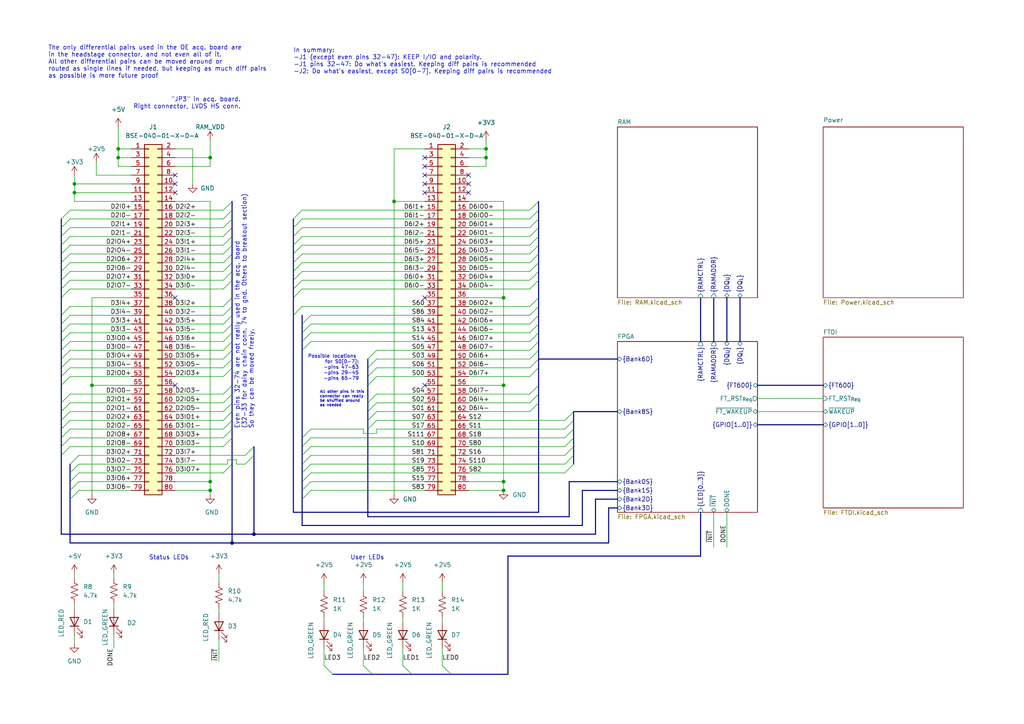
<source format=kicad_sch>
(kicad_sch (version 20211123) (generator eeschema)
  (paper "A4")
  (title_block (title "ECP5U85-BSE-USB Breakout Board") (date "2022-02-02") (rev "A") (company "OEPS & Open Ephys, Inc.") (comment 1 "Jonathan Newman") (comment 2 "Aarón Cuevas López"))
  (lib_symbols
    (symbol "Connector_Generic:Conn_02x40_Odd_Even" (pin_names (offset 1.016) hide)
      (property "Reference" "J" (at 1.27 50.8 0))
      (property "Value" "Conn_02x40_Odd_Even" (at 1.27 -53.34 0))
      (symbol "Conn_02x40_Odd_Even_1_1"
        (pin passive line (at -5.08 48.26 0) (length 3.81) (name "Pin_1") (number "1"))
        (pin passive line (at 7.62 38.1 180) (length 3.81) (name "Pin_10") (number "10"))
        (pin passive line (at -5.08 35.56 0) (length 3.81) (name "Pin_11") (number "11"))
        (pin passive line (at 7.62 35.56 180) (length 3.81) (name "Pin_12") (number "12"))
        (pin passive line (at -5.08 33.02 0) (length 3.81) (name "Pin_13") (number "13"))
        (pin passive line (at 7.62 33.02 180) (length 3.81) (name "Pin_14") (number "14"))
        (pin passive line (at -5.08 30.48 0) (length 3.81) (name "Pin_15") (number "15"))
        (pin passive line (at 7.62 30.48 180) (length 3.81) (name "Pin_16") (number "16"))
        (pin passive line (at -5.08 27.94 0) (length 3.81) (name "Pin_17") (number "17"))
        (pin passive line (at 7.62 27.94 180) (length 3.81) (name "Pin_18") (number "18"))
        (pin passive line (at -5.08 25.4 0) (length 3.81) (name "Pin_19") (number "19"))
        (pin passive line (at 7.62 48.26 180) (length 3.81) (name "Pin_2") (number "2"))
        (pin passive line (at 7.62 25.4 180) (length 3.81) (name "Pin_20") (number "20"))
        (pin passive line (at -5.08 22.86 0) (length 3.81) (name "Pin_21") (number "21"))
        (pin passive line (at 7.62 22.86 180) (length 3.81) (name "Pin_22") (number "22"))
        (pin passive line (at -5.08 20.32 0) (length 3.81) (name "Pin_23") (number "23"))
        (pin passive line (at 7.62 20.32 180) (length 3.81) (name "Pin_24") (number "24"))
        (pin passive line (at -5.08 17.78 0) (length 3.81) (name "Pin_25") (number "25"))
        (pin passive line (at 7.62 17.78 180) (length 3.81) (name "Pin_26") (number "26"))
        (pin passive line (at -5.08 15.24 0) (length 3.81) (name "Pin_27") (number "27"))
        (pin passive line (at 7.62 15.24 180) (length 3.81) (name "Pin_28") (number "28"))
        (pin passive line (at -5.08 12.7 0) (length 3.81) (name "Pin_29") (number "29"))
        (pin passive line (at -5.08 45.72 0) (length 3.81) (name "Pin_3") (number "3"))
        (pin passive line (at 7.62 12.7 180) (length 3.81) (name "Pin_30") (number "30"))
        (pin passive line (at -5.08 10.16 0) (length 3.81) (name "Pin_31") (number "31"))
        (pin passive line (at 7.62 10.16 180) (length 3.81) (name "Pin_32") (number "32"))
        (pin passive line (at -5.08 7.62 0) (length 3.81) (name "Pin_33") (number "33"))
        (pin passive line (at 7.62 7.62 180) (length 3.81) (name "Pin_34") (number "34"))
        (pin passive line (at -5.08 5.08 0) (length 3.81) (name "Pin_35") (number "35"))
        (pin passive line (at 7.62 5.08 180) (length 3.81) (name "Pin_36") (number "36"))
        (pin passive line (at -5.08 2.54 0) (length 3.81) (name "Pin_37") (number "37"))
        (pin passive line (at 7.62 2.54 180) (length 3.81) (name "Pin_38") (number "38"))
        (pin passive line (at -5.08 0 0) (length 3.81) (name "Pin_39") (number "39"))
        (pin passive line (at 7.62 45.72 180) (length 3.81) (name "Pin_4") (number "4"))
        (pin passive line (at 7.62 0 180) (length 3.81) (name "Pin_40") (number "40"))
        (pin passive line (at -5.08 -2.54 0) (length 3.81) (name "Pin_41") (number "41"))
        (pin passive line (at 7.62 -2.54 180) (length 3.81) (name "Pin_42") (number "42"))
        (pin passive line (at -5.08 -5.08 0) (length 3.81) (name "Pin_43") (number "43"))
        (pin passive line (at 7.62 -5.08 180) (length 3.81) (name "Pin_44") (number "44"))
        (pin passive line (at -5.08 -7.62 0) (length 3.81) (name "Pin_45") (number "45"))
        (pin passive line (at 7.62 -7.62 180) (length 3.81) (name "Pin_46") (number "46"))
        (pin passive line (at -5.08 -10.16 0) (length 3.81) (name "Pin_47") (number "47"))
        (pin passive line (at 7.62 -10.16 180) (length 3.81) (name "Pin_48") (number "48"))
        (pin passive line (at -5.08 -12.7 0) (length 3.81) (name "Pin_49") (number "49"))
        (pin passive line (at -5.08 43.18 0) (length 3.81) (name "Pin_5") (number "5"))
        (pin passive line (at 7.62 -12.7 180) (length 3.81) (name "Pin_50") (number "50"))
        (pin passive line (at -5.08 -15.24 0) (length 3.81) (name "Pin_51") (number "51"))
        (pin passive line (at 7.62 -15.24 180) (length 3.81) (name "Pin_52") (number "52"))
        (pin passive line (at -5.08 -17.78 0) (length 3.81) (name "Pin_53") (number "53"))
        (pin passive line (at 7.62 -17.78 180) (length 3.81) (name "Pin_54") (number "54"))
        (pin passive line (at -5.08 -20.32 0) (length 3.81) (name "Pin_55") (number "55"))
        (pin passive line (at 7.62 -20.32 180) (length 3.81) (name "Pin_56") (number "56"))
        (pin passive line (at -5.08 -22.86 0) (length 3.81) (name "Pin_57") (number "57"))
        (pin passive line (at 7.62 -22.86 180) (length 3.81) (name "Pin_58") (number "58"))
        (pin passive line (at -5.08 -25.4 0) (length 3.81) (name "Pin_59") (number "59"))
        (pin passive line (at 7.62 43.18 180) (length 3.81) (name "Pin_6") (number "6"))
        (pin passive line (at 7.62 -25.4 180) (length 3.81) (name "Pin_60") (number "60"))
        (pin passive line (at -5.08 -27.94 0) (length 3.81) (name "Pin_61") (number "61"))
        (pin passive line (at 7.62 -27.94 180) (length 3.81) (name "Pin_62") (number "62"))
        (pin passive line (at -5.08 -30.48 0) (length 3.81) (name "Pin_63") (number "63"))
        (pin passive line (at 7.62 -30.48 180) (length 3.81) (name "Pin_64") (number "64"))
        (pin passive line (at -5.08 -33.02 0) (length 3.81) (name "Pin_65") (number "65"))
        (pin passive line (at 7.62 -33.02 180) (length 3.81) (name "Pin_66") (number "66"))
        (pin passive line (at -5.08 -35.56 0) (length 3.81) (name "Pin_67") (number "67"))
        (pin passive line (at 7.62 -35.56 180) (length 3.81) (name "Pin_68") (number "68"))
        (pin passive line (at -5.08 -38.1 0) (length 3.81) (name "Pin_69") (number "69"))
        (pin passive line (at -5.08 40.64 0) (length 3.81) (name "Pin_7") (number "7"))
        (pin passive line (at 7.62 -38.1 180) (length 3.81) (name "Pin_70") (number "70"))
        (pin passive line (at -5.08 -40.64 0) (length 3.81) (name "Pin_71") (number "71"))
        (pin passive line (at 7.62 -40.64 180) (length 3.81) (name "Pin_72") (number "72"))
        (pin passive line (at -5.08 -43.18 0) (length 3.81) (name "Pin_73") (number "73"))
        (pin passive line (at 7.62 -43.18 180) (length 3.81) (name "Pin_74") (number "74"))
        (pin passive line (at -5.08 -45.72 0) (length 3.81) (name "Pin_75") (number "75"))
        (pin passive line (at 7.62 -45.72 180) (length 3.81) (name "Pin_76") (number "76"))
        (pin passive line (at -5.08 -48.26 0) (length 3.81) (name "Pin_77") (number "77"))
        (pin passive line (at 7.62 -48.26 180) (length 3.81) (name "Pin_78") (number "78"))
        (pin passive line (at -5.08 -50.8 0) (length 3.81) (name "Pin_79") (number "79"))
        (pin passive line (at 7.62 40.64 180) (length 3.81) (name "Pin_8") (number "8"))
        (pin passive line (at 7.62 -50.8 180) (length 3.81) (name "Pin_80") (number "80"))
        (pin passive line (at -5.08 38.1 0) (length 3.81) (name "Pin_9") (number "9"))
      )
    )
    (symbol "Device:LED" (pin_numbers hide) (pin_names (offset 1.016) hide)
      (property "Reference" "D" (at 0 2.54 0))
      (property "Value" "LED" (at 0 -2.54 0))
      (symbol "LED_1_1"
        (pin passive line (at -3.81 0 0) (length 2.54) (name "K") (number "1"))
        (pin passive line (at 3.81 0 180) (length 2.54) (name "A") (number "2"))
      )
    )
    (symbol "Device:R_US" (pin_numbers hide) (pin_names (offset 0))
      (property "Reference" "R" (at 2.54 0 90))
      (property "Value" "R_US" (at -2.54 0 90))
      (symbol "R_US_1_1"
        (pin passive line (at 0 3.81 270) (length 1.27) (name "~") (number "1"))
        (pin passive line (at 0 -3.81 90) (length 1.27) (name "~") (number "2"))
      )
    )
    (symbol "ecp5u85-bse-usb:RAM_VDD" (power) (pin_names (offset 0))
      (property "Value" "RAM_VDD" (at 0 3.556 0))
      (symbol "RAM_VDD_1_1"
        (pin power_in line (at 0 0 90) (length 0) hide (name "RAM_VDD") (number "1"))
      )
    )
    (symbol "power:+2V5" (power) (pin_names (offset 0))
      (property "Value" "+2V5" (at 0 3.556 0))
      (symbol "+2V5_1_1"
        (pin power_in line (at 0 0 90) (length 0) hide (name "+2V5") (number "1"))
      )
    )
    (symbol "power:+3V3" (power) (pin_names (offset 0))
      (property "Value" "+3V3" (at 0 3.556 0))
      (symbol "+3V3_1_1"
        (pin power_in line (at 0 0 90) (length 0) hide (name "+3V3") (number "1"))
      )
    )
    (symbol "power:+5V" (power) (pin_names (offset 0))
      (property "Value" "+5V" (at 0 3.556 0))
      (symbol "+5V_1_1"
        (pin power_in line (at 0 0 90) (length 0) hide (name "+5V") (number "1"))
      )
    )
    (symbol "power:GND" (power) (pin_names (offset 0))
      (property "Value" "GND" (at 0 -3.81 0))
      (symbol "GND_1_1"
        (pin power_in line (at 0 0 270) (length 0) hide (name "GND") (number "1"))
      )
    )
  )
  (junction (at 34.29 43.18))
  (junction (at 140.97 43.18))
  (junction (at 26.67 111.76))
  (junction (at 114.3 58.42))
  (junction (at 60.96 139.7))
  (junction (at 73.66 154.94))
  (junction (at 60.96 45.72))
  (junction (at 67.31 157.48))
  (junction (at 60.96 142.24))
  (junction (at 146.05 111.76))
  (junction (at 146.05 142.24))
  (junction (at 146.05 86.36))
  (junction (at 21.59 53.34))
  (junction (at 34.29 45.72))
  (junction (at 146.05 139.7))
  (junction (at 21.59 55.88))
  (junction (at 140.97 45.72))
  (no_connect (at 123.19 48.26))
  (no_connect (at 123.19 45.72))
  (no_connect (at 123.19 53.34))
  (no_connect (at 123.19 50.8))
  (no_connect (at 123.19 55.88))
  (no_connect (at 135.89 53.34))
  (no_connect (at 135.89 50.8))
  (no_connect (at 50.8 86.36))
  (no_connect (at 123.19 86.36))
  (no_connect (at 123.19 111.76))
  (no_connect (at 50.8 53.34))
  (no_connect (at 50.8 50.8))
  (no_connect (at 50.8 55.88))
  (no_connect (at 50.8 111.76))
  (no_connect (at 135.89 55.88))
  (bus_entry (at 22.86 134.62) (size -2.54 2.54))
  (bus_entry (at 156.21 66.04) (size -2.54 2.54))
  (bus_entry (at 85.09 63.5) (size 2.54 -2.54))
  (bus_entry (at 85.09 66.04) (size 2.54 -2.54))
  (bus_entry (at 85.09 68.58) (size 2.54 -2.54))
  (bus_entry (at 85.09 71.12) (size 2.54 -2.54))
  (bus_entry (at 85.09 73.66) (size 2.54 -2.54))
  (bus_entry (at 85.09 76.2) (size 2.54 -2.54))
  (bus_entry (at 85.09 78.74) (size 2.54 -2.54))
  (bus_entry (at 85.09 81.28) (size 2.54 -2.54))
  (bus_entry (at 85.09 83.82) (size 2.54 -2.54))
  (bus_entry (at 85.09 86.36) (size 2.54 -2.54))
  (bus_entry (at 67.31 116.84) (size -2.54 2.54))
  (bus_entry (at 87.63 129.54) (size 2.54 -2.54))
  (bus_entry (at 87.63 132.08) (size 2.54 -2.54))
  (bus_entry (at 87.63 134.62) (size 2.54 -2.54))
  (bus_entry (at 87.63 137.16) (size 2.54 -2.54))
  (bus_entry (at 87.63 139.7) (size 2.54 -2.54))
  (bus_entry (at 87.63 142.24) (size 2.54 -2.54))
  (bus_entry (at 87.63 144.78) (size 2.54 -2.54))
  (bus_entry (at 87.63 127) (size 2.54 -2.54))
  (bus_entry (at 67.31 121.92) (size -2.54 2.54))
  (bus_entry (at 20.32 68.58) (size -2.54 2.54))
  (bus_entry (at 20.32 106.68) (size -2.54 2.54))
  (bus_entry (at 20.32 83.82) (size -2.54 2.54))
  (bus_entry (at 156.21 91.44) (size -2.54 2.54))
  (bus_entry (at 156.21 104.14) (size -2.54 2.54))
  (bus_entry (at 20.32 127) (size -2.54 2.54))
  (bus_entry (at 20.32 81.28) (size -2.54 2.54))
  (bus_entry (at 67.31 71.12) (size -2.54 2.54))
  (bus_entry (at 166.37 121.92) (size -2.54 2.54))
  (bus_entry (at 22.86 132.08) (size -2.54 2.54))
  (bus_entry (at 20.32 78.74) (size -2.54 2.54))
  (bus_entry (at 156.21 111.76) (size -2.54 2.54))
  (bus_entry (at 20.32 63.5) (size -2.54 2.54))
  (bus_entry (at 156.21 93.98) (size -2.54 2.54))
  (bus_entry (at 20.32 114.3) (size -2.54 2.54))
  (bus_entry (at 156.21 116.84) (size -2.54 2.54))
  (bus_entry (at 166.37 127) (size -2.54 2.54))
  (bus_entry (at 20.32 91.44) (size -2.54 2.54))
  (bus_entry (at 156.21 81.28) (size -2.54 2.54))
  (bus_entry (at 20.32 96.52) (size -2.54 2.54))
  (bus_entry (at 20.32 104.14) (size -2.54 2.54))
  (bus_entry (at 20.32 60.96) (size -2.54 2.54))
  (bus_entry (at 85.09 91.44) (size 2.54 -2.54))
  (bus_entry (at 96.52 195.58) (size -2.54 -2.54))
  (bus_entry (at 156.21 60.96) (size -2.54 2.54))
  (bus_entry (at 20.32 121.92) (size -2.54 2.54))
  (bus_entry (at 156.21 73.66) (size -2.54 2.54))
  (bus_entry (at 20.32 129.54) (size -2.54 2.54))
  (bus_entry (at 67.31 96.52) (size -2.54 2.54))
  (bus_entry (at 156.21 71.12) (size -2.54 2.54))
  (bus_entry (at 20.32 76.2) (size -2.54 2.54))
  (bus_entry (at 67.31 81.28) (size -2.54 2.54))
  (bus_entry (at 156.21 68.58) (size -2.54 2.54))
  (bus_entry (at 67.31 76.2) (size -2.54 2.54))
  (bus_entry (at 156.21 76.2) (size -2.54 2.54))
  (bus_entry (at 67.31 88.9) (size -2.54 2.54))
  (bus_entry (at 87.63 101.6) (size 2.54 -2.54))
  (bus_entry (at 87.63 93.98) (size 2.54 -2.54))
  (bus_entry (at 87.63 96.52) (size 2.54 -2.54))
  (bus_entry (at 87.63 99.06) (size 2.54 -2.54))
  (bus_entry (at 67.31 60.96) (size -2.54 2.54))
  (bus_entry (at 156.21 99.06) (size -2.54 2.54))
  (bus_entry (at 20.32 109.22) (size -2.54 2.54))
  (bus_entry (at 156.21 58.42) (size -2.54 2.54))
  (bus_entry (at 119.38 195.58) (size -2.54 -2.54))
  (bus_entry (at 156.21 96.52) (size -2.54 2.54))
  (bus_entry (at 67.31 86.36) (size -2.54 2.54))
  (bus_entry (at 67.31 63.5) (size -2.54 2.54))
  (bus_entry (at 20.32 119.38) (size -2.54 2.54))
  (bus_entry (at 156.21 114.3) (size -2.54 2.54))
  (bus_entry (at 20.32 73.66) (size -2.54 2.54))
  (bus_entry (at 156.21 88.9) (size -2.54 2.54))
  (bus_entry (at 67.31 58.42) (size -2.54 2.54))
  (bus_entry (at 130.81 195.58) (size -2.54 -2.54))
  (bus_entry (at 156.21 106.68) (size -2.54 2.54))
  (bus_entry (at 22.86 142.24) (size -2.54 2.54))
  (bus_entry (at 67.31 124.46) (size -2.54 2.54))
  (bus_entry (at 20.32 93.98) (size -2.54 2.54))
  (bus_entry (at 67.31 119.38) (size -2.54 2.54))
  (bus_entry (at 67.31 73.66) (size -2.54 2.54))
  (bus_entry (at 67.31 91.44) (size -2.54 2.54))
  (bus_entry (at 67.31 101.6) (size -2.54 2.54))
  (bus_entry (at 20.32 66.04) (size -2.54 2.54))
  (bus_entry (at 166.37 119.38) (size -2.54 2.54))
  (bus_entry (at 166.37 134.62) (size -2.54 2.54))
  (bus_entry (at 67.31 68.58) (size -2.54 2.54))
  (bus_entry (at 67.31 127) (size -2.54 2.54))
  (bus_entry (at 20.32 116.84) (size -2.54 2.54))
  (bus_entry (at 106.68 124.46) (size 2.54 -2.54))
  (bus_entry (at 106.68 121.92) (size 2.54 -2.54))
  (bus_entry (at 106.68 116.84) (size 2.54 -2.54))
  (bus_entry (at 106.68 119.38) (size 2.54 -2.54))
  (bus_entry (at 106.68 109.22) (size 2.54 -2.54))
  (bus_entry (at 106.68 106.68) (size 2.54 -2.54))
  (bus_entry (at 106.68 104.14) (size 2.54 -2.54))
  (bus_entry (at 106.68 111.76) (size 2.54 -2.54))
  (bus_entry (at 156.21 78.74) (size -2.54 2.54))
  (bus_entry (at 22.86 137.16) (size -2.54 2.54))
  (bus_entry (at 166.37 129.54) (size -2.54 2.54))
  (bus_entry (at 156.21 63.5) (size -2.54 2.54))
  (bus_entry (at 67.31 93.98) (size -2.54 2.54))
  (bus_entry (at 20.32 99.06) (size -2.54 2.54))
  (bus_entry (at 67.31 114.3) (size -2.54 2.54))
  (bus_entry (at 73.66 132.08) (size -2.54 2.54))
  (bus_entry (at 20.32 71.12) (size -2.54 2.54))
  (bus_entry (at 67.31 106.68) (size -2.54 2.54))
  (bus_entry (at 67.31 134.62) (size -2.54 2.54))
  (bus_entry (at 67.31 104.14) (size -2.54 2.54))
  (bus_entry (at 20.32 88.9) (size -2.54 2.54))
  (bus_entry (at 156.21 86.36) (size -2.54 2.54))
  (bus_entry (at 166.37 124.46) (size -2.54 2.54))
  (bus_entry (at 156.21 101.6) (size -2.54 2.54))
  (bus_entry (at 67.31 99.06) (size -2.54 2.54))
  (bus_entry (at 20.32 101.6) (size -2.54 2.54))
  (bus_entry (at 22.86 139.7) (size -2.54 2.54))
  (bus_entry (at 73.66 129.54) (size -2.54 2.54))
  (bus_entry (at 67.31 111.76) (size -2.54 2.54))
  (bus_entry (at 166.37 132.08) (size -2.54 2.54))
  (bus_entry (at 20.32 124.46) (size -2.54 2.54))
  (bus_entry (at 107.95 195.58) (size -2.54 -2.54))
  (bus_entry (at 67.31 78.74) (size -2.54 2.54))
  (bus_entry (at 67.31 66.04) (size -2.54 2.54))
  (bus (pts (xy 67.31 124.46) (xy 67.31 127)))
  (wire (pts (xy 20.32 73.66) (xy 38.1 73.66)))
  (bus (pts (xy 17.78 83.82) (xy 17.78 86.36)))
  (wire (pts (xy 135.89 116.84) (xy 153.67 116.84)))
  (wire (pts (xy 20.32 109.22) (xy 38.1 109.22)))
  (bus (pts (xy 17.78 121.92) (xy 17.78 124.46)))
  (bus (pts (xy 17.78 106.68) (xy 17.78 109.22)))
  (bus (pts (xy 176.53 157.48) (xy 67.31 157.48)))
  (bus (pts (xy 168.91 142.24) (xy 168.91 152.4)))
  (wire (pts (xy 20.32 83.82) (xy 38.1 83.82)))
  (wire (pts (xy 105.41 124.46) (xy 105.41 125.73)))
  (wire (pts (xy 66.04 133.35) (xy 66.04 134.62)))
  (wire (pts (xy 50.8 116.84) (xy 64.77 116.84)))
  (wire (pts (xy 135.89 137.16) (xy 163.83 137.16)))
  (bus (pts (xy 17.78 129.54) (xy 17.78 132.08)))
  (wire (pts (xy 38.1 58.42) (xy 21.59 58.42)))
  (wire (pts (xy 135.89 127) (xy 163.83 127)))
  (wire (pts (xy 21.59 55.88) (xy 21.59 53.34)))
  (wire (pts (xy 26.67 86.36) (xy 38.1 86.36)))
  (bus (pts (xy 67.31 58.42) (xy 67.31 60.96)))
  (wire (pts (xy 109.22 104.14) (xy 123.19 104.14)))
  (bus (pts (xy 156.21 68.58) (xy 156.21 71.12)))
  (wire (pts (xy 135.89 66.04) (xy 153.67 66.04)))
  (wire (pts (xy 20.32 91.44) (xy 38.1 91.44)))
  (bus (pts (xy 106.68 109.22) (xy 106.68 111.76)))
  (bus (pts (xy 166.37 119.38) (xy 166.37 121.92)))
  (wire (pts (xy 135.89 48.26) (xy 140.97 48.26)))
  (bus (pts (xy 17.78 91.44) (xy 17.78 93.98)))
  (wire (pts (xy 87.63 83.82) (xy 123.19 83.82)))
  (wire (pts (xy 21.59 175.26) (xy 21.59 176.53)))
  (wire (pts (xy 50.8 88.9) (xy 64.77 88.9)))
  (wire (pts (xy 50.8 68.58) (xy 64.77 68.58)))
  (bus (pts (xy 17.78 132.08) (xy 17.78 154.94)))
  (wire (pts (xy 50.8 127) (xy 64.77 127)))
  (bus (pts (xy 73.66 129.54) (xy 73.66 132.08)))
  (wire (pts (xy 50.8 124.46) (xy 64.77 124.46)))
  (wire (pts (xy 27.94 50.8) (xy 27.94 46.99)))
  (bus (pts (xy 17.78 81.28) (xy 17.78 83.82)))
  (bus (pts (xy 67.31 63.5) (xy 67.31 66.04)))
  (wire (pts (xy 20.32 76.2) (xy 38.1 76.2)))
  (wire (pts (xy 135.89 68.58) (xy 153.67 68.58)))
  (bus (pts (xy 17.78 73.66) (xy 17.78 76.2)))
  (wire (pts (xy 109.22 121.92) (xy 123.19 121.92)))
  (wire (pts (xy 22.86 132.08) (xy 38.1 132.08)))
  (wire (pts (xy 114.3 58.42) (xy 123.19 58.42)))
  (bus (pts (xy 20.32 134.62) (xy 20.32 137.16)))
  (wire (pts (xy 21.59 50.8) (xy 21.59 53.34)))
  (wire (pts (xy 50.8 101.6) (xy 64.77 101.6)))
  (wire (pts (xy 20.32 68.58) (xy 38.1 68.58)))
  (bus (pts (xy 87.63 152.4) (xy 168.91 152.4)))
  (bus (pts (xy 87.63 144.78) (xy 87.63 152.4)))
  (bus (pts (xy 73.66 132.08) (xy 73.66 154.94)))
  (bus (pts (xy 156.21 111.76) (xy 156.21 114.3)))
  (bus (pts (xy 67.31 93.98) (xy 67.31 96.52)))
  (wire (pts (xy 146.05 111.76) (xy 146.05 139.7)))
  (bus (pts (xy 106.68 119.38) (xy 106.68 121.92)))
  (bus (pts (xy 156.21 66.04) (xy 156.21 68.58)))
  (bus (pts (xy 166.37 132.08) (xy 166.37 134.62)))
  (wire (pts (xy 22.86 142.24) (xy 38.1 142.24)))
  (wire (pts (xy 109.22 116.84) (xy 123.19 116.84)))
  (bus (pts (xy 156.21 71.12) (xy 156.21 73.66)))
  (wire (pts (xy 87.63 71.12) (xy 123.19 71.12)))
  (bus (pts (xy 156.21 81.28) (xy 156.21 86.36)))
  (bus (pts (xy 203.2 86.36) (xy 203.2 99.06)))
  (wire (pts (xy 146.05 139.7) (xy 146.05 142.24)))
  (wire (pts (xy 21.59 58.42) (xy 21.59 55.88)))
  (wire (pts (xy 135.89 43.18) (xy 140.97 43.18)))
  (wire (pts (xy 135.89 91.44) (xy 153.67 91.44)))
  (bus (pts (xy 67.31 81.28) (xy 67.31 86.36)))
  (wire (pts (xy 135.89 114.3) (xy 153.67 114.3)))
  (wire (pts (xy 50.8 119.38) (xy 64.77 119.38)))
  (wire (pts (xy 90.17 132.08) (xy 123.19 132.08)))
  (bus (pts (xy 17.78 66.04) (xy 17.78 68.58)))
  (bus (pts (xy 67.31 86.36) (xy 67.31 88.9)))
  (wire (pts (xy 90.17 91.44) (xy 123.19 91.44)))
  (bus (pts (xy 166.37 124.46) (xy 166.37 127)))
  (wire (pts (xy 146.05 58.42) (xy 146.05 86.36)))
  (wire (pts (xy 109.22 119.38) (xy 123.19 119.38)))
  (bus (pts (xy 17.78 63.5) (xy 17.78 66.04)))
  (bus (pts (xy 85.09 66.04) (xy 85.09 68.58)))
  (wire (pts (xy 38.1 53.34) (xy 21.59 53.34)))
  (wire (pts (xy 135.89 142.24) (xy 146.05 142.24)))
  (bus (pts (xy 85.09 148.59) (xy 156.21 148.59)))
  (bus (pts (xy 85.09 83.82) (xy 85.09 86.36)))
  (bus (pts (xy 17.78 154.94) (xy 73.66 154.94)))
  (bus (pts (xy 73.66 154.94) (xy 172.72 154.94)))
  (bus (pts (xy 106.68 111.76) (xy 106.68 116.84)))
  (bus (pts (xy 67.31 114.3) (xy 67.31 116.84)))
  (bus (pts (xy 67.31 116.84) (xy 67.31 119.38)))
  (wire (pts (xy 116.84 179.07) (xy 116.84 180.34)))
  (bus (pts (xy 203.2 148.59) (xy 203.2 161.29)))
  (bus (pts (xy 156.21 91.44) (xy 156.21 93.98)))
  (wire (pts (xy 26.67 143.51) (xy 26.67 111.76)))
  (wire (pts (xy 135.89 139.7) (xy 146.05 139.7)))
  (wire (pts (xy 33.02 176.53) (xy 33.02 175.26)))
  (bus (pts (xy 156.21 104.14) (xy 156.21 106.68)))
  (bus (pts (xy 106.68 116.84) (xy 106.68 119.38)))
  (bus (pts (xy 156.21 99.06) (xy 156.21 101.6)))
  (wire (pts (xy 135.89 99.06) (xy 153.67 99.06)))
  (wire (pts (xy 105.41 179.07) (xy 105.41 180.34)))
  (wire (pts (xy 50.8 137.16) (xy 64.77 137.16)))
  (bus (pts (xy 17.78 71.12) (xy 17.78 73.66)))
  (bus (pts (xy 156.21 93.98) (xy 156.21 96.52)))
  (bus (pts (xy 67.31 111.76) (xy 67.31 114.3)))
  (bus (pts (xy 147.32 161.29) (xy 147.32 195.58)))
  (bus (pts (xy 17.78 76.2) (xy 17.78 78.74)))
  (wire (pts (xy 93.98 187.96) (xy 93.98 193.04)))
  (wire (pts (xy 20.32 124.46) (xy 38.1 124.46)))
  (wire (pts (xy 90.17 99.06) (xy 123.19 99.06)))
  (wire (pts (xy 50.8 96.52) (xy 64.77 96.52)))
  (wire (pts (xy 50.8 132.08) (xy 71.12 132.08)))
  (wire (pts (xy 22.86 134.62) (xy 38.1 134.62)))
  (bus (pts (xy 85.09 76.2) (xy 85.09 78.74)))
  (wire (pts (xy 128.27 168.91) (xy 128.27 171.45)))
  (wire (pts (xy 50.8 60.96) (xy 64.77 60.96)))
  (bus (pts (xy 179.07 139.7) (xy 165.1 139.7)))
  (bus (pts (xy 156.21 86.36) (xy 156.21 88.9)))
  (wire (pts (xy 50.8 83.82) (xy 64.77 83.82)))
  (wire (pts (xy 90.17 124.46) (xy 105.41 124.46)))
  (bus (pts (xy 87.63 142.24) (xy 87.63 144.78)))
  (bus (pts (xy 156.21 76.2) (xy 156.21 78.74)))
  (bus (pts (xy 67.31 119.38) (xy 67.31 121.92)))
  (wire (pts (xy 20.32 81.28) (xy 38.1 81.28)))
  (wire (pts (xy 50.8 76.2) (xy 64.77 76.2)))
  (wire (pts (xy 38.1 48.26) (xy 34.29 48.26)))
  (wire (pts (xy 22.86 137.16) (xy 38.1 137.16)))
  (bus (pts (xy 85.09 91.44) (xy 85.09 148.59)))
  (wire (pts (xy 60.96 58.42) (xy 60.96 139.7)))
  (bus (pts (xy 166.37 119.38) (xy 179.07 119.38)))
  (wire (pts (xy 109.22 125.73) (xy 109.22 124.46)))
  (bus (pts (xy 156.21 106.68) (xy 156.21 111.76)))
  (wire (pts (xy 50.8 48.26) (xy 60.96 48.26)))
  (wire (pts (xy 50.8 81.28) (xy 64.77 81.28)))
  (bus (pts (xy 87.63 91.44) (xy 87.63 93.98)))
  (wire (pts (xy 109.22 114.3) (xy 123.19 114.3)))
  (wire (pts (xy 50.8 129.54) (xy 64.77 129.54)))
  (wire (pts (xy 20.32 119.38) (xy 38.1 119.38)))
  (wire (pts (xy 20.32 60.96) (xy 38.1 60.96)))
  (wire (pts (xy 109.22 101.6) (xy 123.19 101.6)))
  (wire (pts (xy 90.17 137.16) (xy 123.19 137.16)))
  (wire (pts (xy 90.17 127) (xy 123.19 127)))
  (bus (pts (xy 67.31 76.2) (xy 67.31 78.74)))
  (wire (pts (xy 87.63 60.96) (xy 123.19 60.96)))
  (wire (pts (xy 50.8 58.42) (xy 60.96 58.42)))
  (wire (pts (xy 87.63 81.28) (xy 123.19 81.28)))
  (wire (pts (xy 38.1 50.8) (xy 27.94 50.8)))
  (wire (pts (xy 20.32 71.12) (xy 38.1 71.12)))
  (bus (pts (xy 87.63 96.52) (xy 87.63 99.06)))
  (wire (pts (xy 135.89 71.12) (xy 153.67 71.12)))
  (wire (pts (xy 33.02 187.96) (xy 33.02 184.15)))
  (wire (pts (xy 146.05 86.36) (xy 146.05 111.76)))
  (bus (pts (xy 17.78 127) (xy 17.78 129.54)))
  (wire (pts (xy 210.82 148.59) (xy 210.82 158.75)))
  (bus (pts (xy 87.63 101.6) (xy 87.63 127)))
  (wire (pts (xy 135.89 83.82) (xy 153.67 83.82)))
  (bus (pts (xy 20.32 139.7) (xy 20.32 142.24)))
  (bus (pts (xy 207.01 86.36) (xy 207.01 99.06)))
  (wire (pts (xy 68.58 134.62) (xy 68.58 133.35)))
  (bus (pts (xy 156.21 114.3) (xy 156.21 116.84)))
  (wire (pts (xy 20.32 104.14) (xy 38.1 104.14)))
  (wire (pts (xy 135.89 86.36) (xy 146.05 86.36)))
  (wire (pts (xy 21.59 184.15) (xy 21.59 186.69)))
  (bus (pts (xy 85.09 63.5) (xy 85.09 66.04)))
  (wire (pts (xy 20.32 88.9) (xy 38.1 88.9)))
  (wire (pts (xy 135.89 104.14) (xy 153.67 104.14)))
  (bus (pts (xy 165.1 139.7) (xy 165.1 149.86)))
  (wire (pts (xy 50.8 45.72) (xy 60.96 45.72)))
  (wire (pts (xy 63.5 166.37) (xy 63.5 168.91)))
  (wire (pts (xy 50.8 78.74) (xy 64.77 78.74)))
  (bus (pts (xy 106.68 121.92) (xy 106.68 124.46)))
  (bus (pts (xy 67.31 73.66) (xy 67.31 76.2)))
  (wire (pts (xy 105.41 125.73) (xy 109.22 125.73)))
  (bus (pts (xy 87.63 99.06) (xy 87.63 101.6)))
  (wire (pts (xy 109.22 124.46) (xy 123.19 124.46)))
  (wire (pts (xy 105.41 187.96) (xy 105.41 193.04)))
  (wire (pts (xy 135.89 121.92) (xy 163.83 121.92)))
  (bus (pts (xy 67.31 60.96) (xy 67.31 63.5)))
  (wire (pts (xy 135.89 73.66) (xy 153.67 73.66)))
  (bus (pts (xy 156.21 78.74) (xy 156.21 81.28)))
  (bus (pts (xy 20.32 157.48) (xy 67.31 157.48)))
  (wire (pts (xy 90.17 93.98) (xy 123.19 93.98)))
  (bus (pts (xy 166.37 129.54) (xy 166.37 132.08)))
  (wire (pts (xy 87.63 76.2) (xy 123.19 76.2)))
  (bus (pts (xy 172.72 144.78) (xy 179.07 144.78)))
  (bus (pts (xy 87.63 139.7) (xy 87.63 142.24)))
  (wire (pts (xy 20.32 106.68) (xy 38.1 106.68)))
  (wire (pts (xy 20.32 114.3) (xy 38.1 114.3)))
  (wire (pts (xy 60.96 139.7) (xy 60.96 142.24)))
  (bus (pts (xy 67.31 104.14) (xy 67.31 106.68)))
  (wire (pts (xy 34.29 45.72) (xy 38.1 45.72)))
  (wire (pts (xy 135.89 124.46) (xy 163.83 124.46)))
  (wire (pts (xy 34.29 43.18) (xy 38.1 43.18)))
  (wire (pts (xy 20.32 116.84) (xy 38.1 116.84)))
  (bus (pts (xy 67.31 96.52) (xy 67.31 99.06)))
  (wire (pts (xy 50.8 106.68) (xy 64.77 106.68)))
  (bus (pts (xy 85.09 71.12) (xy 85.09 73.66)))
  (bus (pts (xy 156.21 60.96) (xy 156.21 63.5)))
  (wire (pts (xy 50.8 109.22) (xy 64.77 109.22)))
  (wire (pts (xy 219.71 115.57) (xy 238.76 115.57)))
  (bus (pts (xy 67.31 68.58) (xy 67.31 71.12)))
  (bus (pts (xy 67.31 66.04) (xy 67.31 68.58)))
  (bus (pts (xy 106.68 106.68) (xy 106.68 109.22)))
  (wire (pts (xy 128.27 187.96) (xy 128.27 193.04)))
  (wire (pts (xy 90.17 134.62) (xy 123.19 134.62)))
  (wire (pts (xy 87.63 88.9) (xy 123.19 88.9)))
  (bus (pts (xy 17.78 111.76) (xy 17.78 116.84)))
  (wire (pts (xy 50.8 134.62) (xy 66.04 134.62)))
  (bus (pts (xy 130.81 195.58) (xy 147.32 195.58)))
  (bus (pts (xy 85.09 81.28) (xy 85.09 83.82)))
  (bus (pts (xy 147.32 161.29) (xy 203.2 161.29)))
  (wire (pts (xy 135.89 76.2) (xy 153.67 76.2)))
  (wire (pts (xy 135.89 81.28) (xy 153.67 81.28)))
  (bus (pts (xy 67.31 88.9) (xy 67.31 91.44)))
  (bus (pts (xy 87.63 137.16) (xy 87.63 139.7)))
  (wire (pts (xy 93.98 179.07) (xy 93.98 180.34)))
  (bus (pts (xy 67.31 91.44) (xy 67.31 93.98)))
  (bus (pts (xy 172.72 144.78) (xy 172.72 154.94)))
  (wire (pts (xy 114.3 43.18) (xy 114.3 58.42)))
  (bus (pts (xy 67.31 106.68) (xy 67.31 111.76)))
  (bus (pts (xy 20.32 142.24) (xy 20.32 144.78)))
  (wire (pts (xy 50.8 91.44) (xy 64.77 91.44)))
  (wire (pts (xy 87.63 66.04) (xy 123.19 66.04)))
  (bus (pts (xy 17.78 101.6) (xy 17.78 104.14)))
  (wire (pts (xy 219.71 119.38) (xy 238.76 119.38)))
  (bus (pts (xy 87.63 132.08) (xy 87.63 134.62)))
  (wire (pts (xy 116.84 168.91) (xy 116.84 171.45)))
  (bus (pts (xy 67.31 127) (xy 67.31 134.62)))
  (wire (pts (xy 50.8 66.04) (xy 64.77 66.04)))
  (wire (pts (xy 34.29 36.83) (xy 34.29 43.18)))
  (wire (pts (xy 20.32 96.52) (xy 38.1 96.52)))
  (wire (pts (xy 55.88 53.34) (xy 55.88 43.18)))
  (wire (pts (xy 140.97 45.72) (xy 140.97 43.18)))
  (bus (pts (xy 17.78 86.36) (xy 17.78 91.44)))
  (wire (pts (xy 114.3 58.42) (xy 114.3 143.51)))
  (wire (pts (xy 140.97 40.64) (xy 140.97 43.18)))
  (bus (pts (xy 87.63 93.98) (xy 87.63 96.52)))
  (bus (pts (xy 87.63 127) (xy 87.63 129.54)))
  (wire (pts (xy 34.29 45.72) (xy 34.29 48.26)))
  (wire (pts (xy 50.8 121.92) (xy 64.77 121.92)))
  (bus (pts (xy 17.78 104.14) (xy 17.78 106.68)))
  (bus (pts (xy 67.31 134.62) (xy 67.31 157.48)))
  (wire (pts (xy 71.12 134.62) (xy 68.58 134.62)))
  (wire (pts (xy 135.89 78.74) (xy 153.67 78.74)))
  (bus (pts (xy 106.68 104.14) (xy 106.68 106.68)))
  (bus (pts (xy 85.09 68.58) (xy 85.09 71.12)))
  (bus (pts (xy 85.09 78.74) (xy 85.09 81.28)))
  (bus (pts (xy 85.09 73.66) (xy 85.09 76.2)))
  (wire (pts (xy 33.02 166.37) (xy 33.02 167.64)))
  (bus (pts (xy 156.21 58.42) (xy 156.21 60.96)))
  (bus (pts (xy 107.95 195.58) (xy 119.38 195.58)))
  (bus (pts (xy 67.31 121.92) (xy 67.31 124.46)))
  (bus (pts (xy 156.21 73.66) (xy 156.21 76.2)))
  (wire (pts (xy 135.89 101.6) (xy 153.67 101.6)))
  (wire (pts (xy 207.01 148.59) (xy 207.01 158.75)))
  (bus (pts (xy 87.63 134.62) (xy 87.63 137.16)))
  (wire (pts (xy 20.32 78.74) (xy 38.1 78.74)))
  (bus (pts (xy 166.37 121.92) (xy 166.37 124.46)))
  (bus (pts (xy 17.78 93.98) (xy 17.78 96.52)))
  (wire (pts (xy 20.32 63.5) (xy 38.1 63.5)))
  (wire (pts (xy 135.89 134.62) (xy 163.83 134.62)))
  (wire (pts (xy 50.8 99.06) (xy 64.77 99.06)))
  (wire (pts (xy 90.17 139.7) (xy 123.19 139.7)))
  (wire (pts (xy 93.98 168.91) (xy 93.98 171.45)))
  (bus (pts (xy 17.78 96.52) (xy 17.78 99.06)))
  (bus (pts (xy 17.78 116.84) (xy 17.78 119.38)))
  (wire (pts (xy 38.1 55.88) (xy 21.59 55.88)))
  (wire (pts (xy 34.29 43.18) (xy 34.29 45.72)))
  (wire (pts (xy 21.59 166.37) (xy 21.59 167.64)))
  (bus (pts (xy 67.31 71.12) (xy 67.31 73.66)))
  (bus (pts (xy 119.38 195.58) (xy 130.81 195.58)))
  (bus (pts (xy 67.31 101.6) (xy 67.31 104.14)))
  (wire (pts (xy 135.89 88.9) (xy 153.67 88.9)))
  (wire (pts (xy 135.89 93.98) (xy 153.67 93.98)))
  (wire (pts (xy 20.32 66.04) (xy 38.1 66.04)))
  (bus (pts (xy 219.71 123.19) (xy 238.76 123.19)))
  (bus (pts (xy 17.78 109.22) (xy 17.78 111.76)))
  (wire (pts (xy 60.96 142.24) (xy 60.96 143.51)))
  (wire (pts (xy 90.17 129.54) (xy 123.19 129.54)))
  (wire (pts (xy 128.27 179.07) (xy 128.27 180.34)))
  (wire (pts (xy 20.32 121.92) (xy 38.1 121.92)))
  (bus (pts (xy 165.1 149.86) (xy 106.68 149.86)))
  (bus (pts (xy 17.78 119.38) (xy 17.78 121.92)))
  (bus (pts (xy 156.21 63.5) (xy 156.21 66.04)))
  (wire (pts (xy 20.32 127) (xy 38.1 127)))
  (wire (pts (xy 105.41 168.91) (xy 105.41 171.45)))
  (bus (pts (xy 156.21 88.9) (xy 156.21 91.44)))
  (wire (pts (xy 50.8 71.12) (xy 64.77 71.12)))
  (wire (pts (xy 114.3 43.18) (xy 123.19 43.18)))
  (wire (pts (xy 135.89 109.22) (xy 153.67 109.22)))
  (wire (pts (xy 50.8 63.5) (xy 64.77 63.5)))
  (bus (pts (xy 210.82 86.36) (xy 210.82 99.06)))
  (wire (pts (xy 135.89 129.54) (xy 163.83 129.54)))
  (wire (pts (xy 109.22 106.68) (xy 123.19 106.68)))
  (bus (pts (xy 96.52 195.58) (xy 107.95 195.58)))
  (wire (pts (xy 22.86 139.7) (xy 38.1 139.7)))
  (wire (pts (xy 60.96 40.64) (xy 60.96 45.72)))
  (wire (pts (xy 20.32 101.6) (xy 38.1 101.6)))
  (wire (pts (xy 135.89 60.96) (xy 153.67 60.96)))
  (wire (pts (xy 60.96 48.26) (xy 60.96 45.72)))
  (wire (pts (xy 50.8 93.98) (xy 64.77 93.98)))
  (bus (pts (xy 156.21 101.6) (xy 156.21 104.14)))
  (bus (pts (xy 87.63 129.54) (xy 87.63 132.08)))
  (bus (pts (xy 20.32 144.78) (xy 20.32 157.48)))
  (bus (pts (xy 156.21 96.52) (xy 156.21 99.06)))
  (wire (pts (xy 135.89 58.42) (xy 146.05 58.42)))
  (bus (pts (xy 67.31 99.06) (xy 67.31 101.6)))
  (wire (pts (xy 90.17 96.52) (xy 123.19 96.52)))
  (wire (pts (xy 116.84 187.96) (xy 116.84 193.04)))
  (bus (pts (xy 20.32 137.16) (xy 20.32 139.7)))
  (bus (pts (xy 17.78 99.06) (xy 17.78 101.6)))
  (wire (pts (xy 87.63 68.58) (xy 123.19 68.58)))
  (wire (pts (xy 140.97 48.26) (xy 140.97 45.72)))
  (bus (pts (xy 106.68 124.46) (xy 106.68 149.86)))
  (wire (pts (xy 135.89 132.08) (xy 163.83 132.08)))
  (bus (pts (xy 179.07 142.24) (xy 168.91 142.24)))
  (bus (pts (xy 17.78 124.46) (xy 17.78 127)))
  (wire (pts (xy 50.8 114.3) (xy 64.77 114.3)))
  (wire (pts (xy 26.67 111.76) (xy 38.1 111.76)))
  (bus (pts (xy 156.21 104.14) (xy 179.07 104.14)))
  (bus (pts (xy 179.07 147.32) (xy 176.53 147.32)))
  (wire (pts (xy 20.32 129.54) (xy 38.1 129.54)))
  (wire (pts (xy 90.17 142.24) (xy 123.19 142.24)))
  (wire (pts (xy 135.89 63.5) (xy 153.67 63.5)))
  (bus (pts (xy 85.09 86.36) (xy 85.09 91.44)))
  (wire (pts (xy 87.63 73.66) (xy 123.19 73.66)))
  (wire (pts (xy 109.22 109.22) (xy 123.19 109.22)))
  (bus (pts (xy 176.53 147.32) (xy 176.53 157.48)))
  (wire (pts (xy 87.63 63.5) (xy 123.19 63.5)))
  (wire (pts (xy 20.32 93.98) (xy 38.1 93.98)))
  (wire (pts (xy 63.5 185.42) (xy 63.5 191.77)))
  (wire (pts (xy 135.89 106.68) (xy 153.67 106.68)))
  (bus (pts (xy 156.21 116.84) (xy 156.21 148.59)))
  (wire (pts (xy 63.5 176.53) (xy 63.5 177.8)))
  (wire (pts (xy 50.8 139.7) (xy 60.96 139.7)))
  (wire (pts (xy 68.58 133.35) (xy 66.04 133.35)))
  (wire (pts (xy 50.8 43.18) (xy 55.88 43.18)))
  (wire (pts (xy 50.8 104.14) (xy 64.77 104.14)))
  (bus (pts (xy 17.78 68.58) (xy 17.78 71.12)))
  (bus (pts (xy 219.71 111.76) (xy 238.76 111.76)))
  (wire (pts (xy 135.89 111.76) (xy 146.05 111.76)))
  (wire (pts (xy 50.8 73.66) (xy 64.77 73.66)))
  (bus (pts (xy 17.78 78.74) (xy 17.78 81.28)))
  (bus (pts (xy 214.63 86.36) (xy 214.63 99.06)))
  (wire (pts (xy 135.89 96.52) (xy 153.67 96.52)))
  (wire (pts (xy 135.89 45.72) (xy 140.97 45.72)))
  (wire (pts (xy 26.67 111.76) (xy 26.67 86.36)))
  (wire (pts (xy 135.89 119.38) (xy 153.67 119.38)))
  (wire (pts (xy 87.63 78.74) (xy 123.19 78.74)))
  (wire (pts (xy 20.32 99.06) (xy 38.1 99.06)))
  (bus (pts (xy 67.31 78.74) (xy 67.31 81.28)))
  (bus (pts (xy 166.37 127) (xy 166.37 129.54)))
  (wire (pts (xy 50.8 142.24) (xy 60.96 142.24)))
  (text "The only differential pairs used in the OE acq. board are\nin the headstage connector, and not even all of it.\nAll other differential pairs can be moved around or\nrouted as single lines if needed, but keeping as much diff pairs\nas possible is more future proof" (at 13.97 22.86 0) (effects (font (size 1.27 1.27)) (justify left bottom)))
  (text "Even pins 32-74 are not really used in the acq. board\n(32-33 for daisy chain conn. 74 to gnd. Others to breakout section)\nSo they can be moved freely. " (at 73.66 124.46 90) (effects (font (size 1.27 1.27)) (justify left bottom)))
  (text "Possible locations \nfor S0[0-7]:\n-pins 47-63\n-pins 29-45\n-pins 65-79" (at 104.14 110.49 0) (effects (font (size 1 1)) (justify right bottom)))
  (text "All other pins in this\nconnector can really \nbe shuffled around \nas needed" (at 92.71 118.11 0) (effects (font (size 0.8 0.8)) (justify left bottom)))
  (text "Status LEDs" (at 43.18 162.56 0) (effects (font (size 1.27 1.27)) (justify left bottom)))
  (text "\"JP3\" in acq. board.\nRight connector, LVDS HS conn.\n" (at 69.85 31.75 0) (effects (font (size 1.27 1.27)) (justify right bottom)))
  (text "User LEDs" (at 101.6 162.56 0) (effects (font (size 1.27 1.27)) (justify left bottom)))
  (text "In summary:\n-J1 (except even pins 32-47): KEEP I/IO and polarity. \n-J1 pins 32-47: Do what's easiest. Keeping diff pairs is recommended\n-J2: Do what's easiest, except S0[0-7]. Keeping diff pairs is recommended" (at 85.09 21.59 0) (effects (font (size 1.27 1.27)) (justify left bottom)))
  (text "Even pins 32-74 are not really used in the acq. board\n(32 & 34 for daisy chain conn. 74 to gnd. Others to breakout section)\nSo they can be moved freely. \n\nIf you change differential IO locations, make sure that swaps happen between I vs. IO types. I can be swapped with I and IO with IO but not between." (at 17.78 -15.24 0) (effects (font (size 1.27 1.27)) (justify left bottom)))
  (label "D3I3-" (at 38.1 96.52 180))
  (label "D2IO0-" (at 38.1 114.3 180))
  (label "D3IO2-" (at 38.1 134.62 180))
  (label "D3IO5-" (at 50.8 106.68 0))
  (label "S01" (at 119.38 119.38 0))
  (label "D3I7-" (at 50.8 134.62 0))
  (label "D2IO8+" (at 38.1 127 180))
  (label "D3IO1+" (at 50.8 121.92 0))
  (label "D3IO1-" (at 50.8 124.46 0))
  (label "D2IO1-" (at 38.1 119.38 180))
  (label "D2IO2-" (at 38.1 124.46 180))
  (label "D2IO4+" (at 38.1 71.12 180))
  (label "D2I4+" (at 50.8 76.2 0))
  (label "LED1" (at 116.84 191.77 0))
  (label "D6IO7+" (at 135.89 99.06 0))
  (label "DONE" (at 33.02 187.96 270))
  (label "D6I6+" (at 135.89 104.14 0))
  (label "D3I0+" (at 50.8 81.28 0))
  (label "D3IO7+" (at 50.8 137.16 0))
  (label "D6I2+" (at 123.19 66.04 180))
  (label "S80" (at 135.89 129.54 0))
  (label "D3I2-" (at 50.8 91.44 0))
  (label "D6I4+" (at 135.89 116.84 0))
  (label "D3IO3+" (at 50.8 127 0))
  (label "D6IO4+" (at 135.89 81.28 0))
  (label "D6IO1+" (at 135.89 66.04 0))
  (label "D6I3+" (at 123.19 76.2 180))
  (label "LED2" (at 105.41 191.77 0))
  (label "S07" (at 119.38 121.92 0))
  (label "D6IO3+" (at 135.89 71.12 0))
  (label "S12" (at 135.89 121.92 0))
  (label "D2IO7-" (at 38.1 83.82 180))
  (label "S82" (at 135.89 137.16 0))
  (label "D6I5-" (at 123.19 73.66 180))
  (label "D2IO7+" (at 38.1 81.28 180))
  (label "D6IO0+" (at 135.89 60.96 0))
  (label "D3IO5+" (at 50.8 104.14 0))
  (label "D2I1-" (at 38.1 68.58 180))
  (label "S05" (at 119.38 101.6 0))
  (label "LED0" (at 128.27 191.77 0))
  (label "D2I0+" (at 38.1 60.96 180))
  (label "D6I7-" (at 135.89 114.3 0))
  (label "D2IO8-" (at 38.1 129.54 180))
  (label "D6IO5-" (at 135.89 78.74 0))
  (label "D2I3-" (at 50.8 68.58 0))
  (label "D6I6-" (at 135.89 106.68 0))
  (label "D2IO3-" (at 50.8 114.3 0))
  (label "~{INIT}" (at 63.5 191.77 90))
  (label "LED3" (at 93.98 191.77 0))
  (label "S86" (at 119.38 91.44 0))
  (label "D3I7+" (at 50.8 132.08 0))
  (label "D2IO2+" (at 38.1 121.92 180))
  (label "D2IO3+" (at 50.8 109.22 0))
  (label "S16" (at 135.89 132.08 0))
  (label "S10" (at 123.19 129.54 180))
  (label "D2I1+" (at 38.1 66.04 180))
  (label "D3I2+" (at 50.8 88.9 0))
  (label "D3IO0-" (at 38.1 101.6 180))
  (label "D2I4-" (at 50.8 78.74 0))
  (label "D2I0-" (at 38.1 63.5 180))
  (label "D3IO6-" (at 38.1 142.24 180))
  (label "D3I4+" (at 38.1 88.9 180))
  (label "S04" (at 119.38 114.3 0))
  (label "D3IO6+" (at 38.1 139.7 180))
  (label "D6IO2+" (at 135.89 88.9 0))
  (label "S02" (at 119.38 116.84 0))
  (label "D3I1+" (at 50.8 71.12 0))
  (label "D6I0-" (at 123.19 83.82 180))
  (label "D2I2-" (at 50.8 63.5 0))
  (label "S19" (at 123.19 134.62 180))
  (label "D3I6-" (at 50.8 101.6 0))
  (label "D3I0-" (at 50.8 83.82 0))
  (label "S13" (at 119.38 96.52 0))
  (label "D6IO5+" (at 135.89 76.2 0))
  (label "D6I2-" (at 123.19 68.58 180))
  (label "D3I5-" (at 50.8 96.52 0))
  (label "S110" (at 135.89 134.62 0))
  (label "D3I5+" (at 50.8 93.98 0))
  (label "S111" (at 123.19 127 180))
  (label "S11" (at 135.89 124.46 0))
  (label "D2IO5-" (at 50.8 119.38 0))
  (label "S83" (at 123.19 142.24 180))
  (label "D6I3-" (at 123.19 78.74 180))
  (label "D3I3+" (at 38.1 93.98 180))
  (label "S81" (at 123.19 132.08 180))
  (label "S14" (at 119.38 99.06 0))
  (label "S03" (at 119.38 104.14 0))
  (label "D3IO3-" (at 50.8 129.54 0))
  (label "~{INIT}" (at 207.01 157.48 90))
  (label "D6IO3-" (at 135.89 73.66 0))
  (label "D2IO4-" (at 38.1 73.66 180))
  (label "D2IO1+" (at 38.1 116.84 180))
  (label "D2IO0+" (at 38.1 109.22 180))
  (label "S85" (at 123.19 137.16 180))
  (label "D6I1-" (at 123.19 63.5 180))
  (label "D2IO6+" (at 38.1 76.2 180))
  (label "D3I6+" (at 50.8 99.06 0))
  (label "S84" (at 119.38 93.98 0))
  (label "D6IO2-" (at 135.89 91.44 0))
  (label "D2I2+" (at 50.8 60.96 0))
  (label "D2IO6-" (at 38.1 78.74 180))
  (label "DONE" (at 210.82 157.48 90))
  (label "D6I4-" (at 135.89 119.38 0))
  (label "D3IO2+" (at 38.1 132.08 180))
  (label "D6IO6-" (at 135.89 96.52 0))
  (label "D6IO1-" (at 135.89 68.58 0))
  (label "S60" (at 119.38 88.9 0))
  (label "S18" (at 135.89 127 0))
  (label "D3IO4-" (at 38.1 106.68 180))
  (label "D2IO5+" (at 50.8 116.84 0))
  (label "D6I0+" (at 123.19 81.28 180))
  (label "D6IO6+" (at 135.89 93.98 0))
  (label "D3IO4+" (at 38.1 104.14 180))
  (label "D3I1-" (at 50.8 73.66 0))
  (label "D6IO0-" (at 135.89 63.5 0))
  (label "D3IO7-" (at 38.1 137.16 180))
  (label "S00" (at 119.38 109.22 0))
  (label "D3I4-" (at 38.1 91.44 180))
  (label "D6IO4-" (at 135.89 83.82 0))
  (label "D2I3+" (at 50.8 66.04 0))
  (label "S17" (at 123.19 124.46 180))
  (label "D3IO0+" (at 38.1 99.06 180))
  (label "D6IO7-" (at 135.89 101.6 0))
  (label "S06" (at 119.38 106.68 0))
  (label "D6I5+" (at 123.19 71.12 180))
  (label "D6I1+" (at 123.19 60.96 180))
  (label "S15" (at 123.19 139.7 180))
  (label "D6I7+" (at 135.89 109.22 0))
  (symbol (lib_id "Device:LED") (at 21.59 180.34 90) (unit 1)
    (property "Reference" "D1" (at 24.13 180.34 90) (effects (justify right)))
    (property "Value" "LED_RED" (at 17.78 176.53 0) (effects (justify right)))
    (property "Footprint" "LED_SMD:LED_0603_1608Metric" (effects hide))
  )
  (symbol (lib_id "power:+3V3") (at 140.97 40.64 0) (unit 1)
    (property "Reference" "#PWR04" (effects hide))
    (property "Value" "+3V3" (at 140.97 35.56 0))
  )
  (symbol (lib_id "Device:LED") (at 93.98 184.15 90) (unit 1)
    (property "Reference" "D4" (at 96.52 184.15 90) (effects (justify right)))
    (property "Value" "LED_GREEN" (at 90.17 180.34 0) (effects (justify right)))
    (property "Footprint" "LED_SMD:LED_0603_1608Metric" (effects hide))
  )
  (symbol (lib_id "power:+2V5") (at 128.27 168.91 0) (unit 1)
    (property "Reference" "#PWR017" (effects hide))
    (property "Value" "+2V5" (at 128.27 163.83 0))
  )
  (symbol (lib_id "Device:R_US") (at 116.84 175.26 0) (unit 1)
    (property "Reference" "R13" (at 119.38 173.9899 0) (effects (justify left)))
    (property "Value" "1K" (at 119.38 176.5299 0) (effects (justify left)))
    (property "Footprint" "Resistor_SMD:R_0402_1005Metric" (effects hide))
  )
  (symbol (lib_id "power:GND") (at 21.59 186.69 0) (unit 1)
    (property "Reference" "#PWR018" (effects hide))
    (property "Value" "GND" (at 21.59 191.77 0))
  )
  (symbol (lib_id "Connector_Generic:Conn_02x40_Odd_Even") (at 128.27 91.44 0) (unit 1)
    (property "Reference" "J2" (at 129.54 36.83 0))
    (property "Value" "BSE-040-01-X-D-A" (at 129.54 39.37 0))
    (property "Footprint" "jonnew:SAMTEC_BSE-040-01-X-D-A" (effects hide))
  )
  (symbol (lib_id "Device:LED") (at 105.41 184.15 90) (unit 1)
    (property "Reference" "D5" (at 107.95 184.15 90) (effects (justify right)))
    (property "Value" "LED_GREEN" (at 101.6 180.34 0) (effects (justify right)))
    (property "Footprint" "LED_SMD:LED_0603_1608Metric" (effects hide))
  )
  (symbol (lib_id "Device:LED") (at 116.84 184.15 90) (unit 1)
    (property "Reference" "D6" (at 119.38 184.15 90) (effects (justify right)))
    (property "Value" "LED_GREEN" (at 113.03 180.34 0) (effects (justify right)))
    (property "Footprint" "LED_SMD:LED_0603_1608Metric" (effects hide))
  )
  (symbol (lib_id "Connector_Generic:Conn_02x40_Odd_Even") (at 43.18 91.44 0) (unit 1)
    (property "Reference" "J1" (at 44.45 36.83 0))
    (property "Value" "BSE-040-01-X-D-A" (at 46.99 39.37 0))
    (property "Footprint" "jonnew:SAMTEC_BSE-040-01-X-D-A" (effects hide))
  )
  (symbol (lib_id "Device:R_US") (at 93.98 175.26 0) (unit 1)
    (property "Reference" "R11" (at 96.52 173.9899 0) (effects (justify left)))
    (property "Value" "1K" (at 96.52 176.5299 0) (effects (justify left)))
    (property "Footprint" "Resistor_SMD:R_0402_1005Metric" (effects hide))
  )
  (symbol (lib_id "power:+3V3") (at 21.59 50.8 0) (unit 1)
    (property "Reference" "#PWR06" (effects hide))
    (property "Value" "+3V3" (at 21.59 46.99 0))
  )
  (symbol (lib_id "power:+5V") (at 34.29 36.83 0) (unit 1)
    (property "Reference" "#PWR02" (effects hide))
    (property "Value" "+5V" (at 34.29 31.75 0))
  )
  (symbol (lib_id "power:GND") (at 60.96 143.51 0) (unit 1)
    (property "Reference" "#PWR09" (effects hide))
    (property "Value" "GND" (at 63.5 148.59 0) (effects (justify right)))
  )
  (symbol (lib_id "power:+2V5") (at 105.41 168.91 0) (unit 1)
    (property "Reference" "#PWR015" (effects hide))
    (property "Value" "+2V5" (at 105.41 163.83 0))
  )
  (symbol (lib_id "power:GND") (at 55.88 53.34 0) (unit 1)
    (property "Reference" "#PWR01" (effects hide))
    (property "Value" "GND" (at 62.23 54.61 0) (effects (justify right)))
  )
  (symbol (lib_id "power:GND") (at 146.05 142.24 0) (unit 1)
    (property "Reference" "#PWR07" (effects hide))
    (property "Value" "GND" (at 148.59 143.5099 0) (effects (justify left)))
  )
  (symbol (lib_id "Device:R_US") (at 105.41 175.26 0) (unit 1)
    (property "Reference" "R12" (at 107.95 173.9899 0) (effects (justify left)))
    (property "Value" "1K" (at 107.95 176.5299 0) (effects (justify left)))
    (property "Footprint" "Resistor_SMD:R_0402_1005Metric" (effects hide))
  )
  (symbol (lib_id "ecp5u85-bse-usb:RAM_VDD") (at 60.96 40.64 0) (unit 1)
    (property "Reference" "#PWR03" (effects hide))
    (property "Value" "RAM_VDD" (at 60.96 36.83 0))
  )
  (symbol (lib_id "Device:LED") (at 128.27 184.15 90) (unit 1)
    (property "Reference" "D7" (at 130.81 184.15 90) (effects (justify right)))
    (property "Value" "LED_GREEN" (at 124.46 180.34 0) (effects (justify right)))
    (property "Footprint" "LED_SMD:LED_0603_1608Metric" (effects hide))
  )
  (symbol (lib_id "power:+3V3") (at 33.02 166.37 0) (unit 1)
    (property "Reference" "#PWR012" (effects hide))
    (property "Value" "+3V3" (at 33.02 161.29 0))
  )
  (symbol (lib_id "Device:R_US") (at 128.27 175.26 0) (unit 1)
    (property "Reference" "R14" (at 130.81 173.9899 0) (effects (justify left)))
    (property "Value" "1K" (at 130.81 176.5299 0) (effects (justify left)))
    (property "Footprint" "Resistor_SMD:R_0402_1005Metric" (effects hide))
  )
  (symbol (lib_id "Device:LED") (at 33.02 180.34 90) (unit 1)
    (property "Reference" "D2" (at 36.83 180.6574 90) (effects (justify right)))
    (property "Value" "LED_GREEN" (at 30.48 176.53 0) (effects (justify right)))
    (property "Footprint" "LED_SMD:LED_0603_1608Metric" (effects hide))
  )
  (symbol (lib_id "Device:R_US") (at 21.59 171.45 0) (unit 1)
    (property "Reference" "R8" (at 24.13 170.1799 0) (effects (justify left)))
    (property "Value" "4.7k" (at 24.13 172.7199 0) (effects (justify left)))
    (property "Footprint" "Resistor_SMD:R_0402_1005Metric" (effects hide))
  )
  (symbol (lib_id "power:+2V5") (at 116.84 168.91 0) (unit 1)
    (property "Reference" "#PWR016" (effects hide))
    (property "Value" "+2V5" (at 116.84 163.83 0))
  )
  (symbol (lib_id "Device:LED") (at 63.5 181.61 90) (unit 1)
    (property "Reference" "D3" (at 66.04 181.61 90) (effects (justify right)))
    (property "Value" "LED_RED" (at 59.69 177.8 0) (effects (justify right)))
    (property "Footprint" "LED_SMD:LED_0603_1608Metric" (effects hide))
  )
  (symbol (lib_id "power:+2V5") (at 93.98 168.91 0) (unit 1)
    (property "Reference" "#PWR014" (effects hide))
    (property "Value" "+2V5" (at 93.98 163.83 0))
  )
  (symbol (lib_id "power:+3V3") (at 63.5 166.37 0) (unit 1)
    (property "Reference" "#PWR013" (effects hide))
    (property "Value" "+3V3" (at 63.5 161.29 0))
  )
  (symbol (lib_id "power:GND") (at 114.3 143.51 0) (unit 1)
    (property "Reference" "#PWR010" (effects hide))
    (property "Value" "GND" (at 116.84 144.7799 0) (effects (justify left)))
  )
  (symbol (lib_id "power:+2V5") (at 27.94 46.99 0) (unit 1)
    (property "Reference" "#PWR05" (effects hide))
    (property "Value" "+2V5" (at 27.94 43.18 0))
  )
  (symbol (lib_id "power:+5V") (at 21.59 166.37 0) (unit 1)
    (property "Reference" "#PWR011" (effects hide))
    (property "Value" "+5V" (at 21.59 161.29 0))
  )
  (symbol (lib_id "Device:R_US") (at 33.02 171.45 0) (unit 1)
    (property "Reference" "R9" (at 35.56 170.1799 0) (effects (justify left)))
    (property "Value" "4.7k" (at 35.56 172.7199 0) (effects (justify left)))
    (property "Footprint" "Resistor_SMD:R_0402_1005Metric" (effects hide))
  )
  (symbol (lib_id "power:GND") (at 26.67 143.51 0) (mirror y) (unit 1)
    (property "Reference" "#PWR08" (effects hide))
    (property "Value" "GND" (at 26.67 148.59 0))
  )
  (symbol (lib_id "Device:R_US") (at 63.5 172.72 0) (unit 1)
    (property "Reference" "R10" (at 66.04 171.4499 0) (effects (justify left)))
    (property "Value" "4.7k" (at 66.04 173.9899 0) (effects (justify left)))
    (property "Footprint" "Resistor_SMD:R_0402_1005Metric" (effects hide))
  )
  (sheet (at 179.07 36.83) (size 40.64 49.53) (stroke (width 0.1524))
    (property "Sheet name" "RAM" (at 179.07 36.1184 0) (effects (justify left bottom)))
    (property "Sheet file" "RAM.kicad_sch" (at 179.07 86.9446 0) (effects (justify left top)))
    (pin "{RAMADDR}" input (at 207.01 86.36 270))
    (pin "{DQ_{U}}" bidirectional (at 210.82 86.36 270))
    (pin "{DQ_{L}}" bidirectional (at 214.63 86.36 270))
    (pin "{RAMCTRL}" input (at 203.2 86.36 270))
  )
  (sheet (at 238.76 97.79) (size 40.64 49.53) (stroke (width 0.1524))
    (property "Sheet name" "FTDI" (at 238.76 97.0784 0) (effects (justify left bottom)))
    (property "Sheet file" "FTDI.kicad_sch" (at 238.76 147.9046 0) (effects (justify left top)))
    (pin "{FT600}" bidirectional (at 238.76 111.76 180))
    (pin "FT_RST_{Req}" input (at 238.76 115.57 180))
    (pin "~{WAKEUP}" bidirectional (at 238.76 119.38 180))
    (pin "{GPIO[1..0]}" bidirectional (at 238.76 123.19 180))
  )
  (sheet (at 179.07 99.06) (size 40.64 49.53) (stroke (width 0.1524))
    (property "Sheet name" "FPGA" (at 179.07 98.3484 0) (effects (justify left bottom)))
    (property "Sheet file" "FPGA.kicad_sch" (at 179.07 149.1746 0) (effects (justify left top)))
    (pin "{Bank2D}" bidirectional (at 179.07 144.78 180))
    (pin "{Bank3D}" bidirectional (at 179.07 147.32 180))
    (pin "{Bank0S}" bidirectional (at 179.07 139.7 180))
    (pin "{Bank8S}" bidirectional (at 179.07 119.38 180))
    (pin "{Bank6D}" bidirectional (at 179.07 104.14 180))
    (pin "{Bank1S}" bidirectional (at 179.07 142.24 180))
    (pin "{DQ_{L}}" bidirectional (at 214.63 99.06 90))
    (pin "{RAMADDR}" output (at 207.01 99.06 90))
    (pin "{DQ_{U}}" bidirectional (at 210.82 99.06 90))
    (pin "{RAMCTRL}" output (at 203.2 99.06 90))
    (pin "{FT600}" bidirectional (at 219.71 111.76 0))
    (pin "FT_RST_{Req}" output (at 219.71 115.57 0))
    (pin "{GPIO[1..0]}" bidirectional (at 219.71 123.19 0))
    (pin "{LED[0..3]}" input (at 203.2 148.59 270))
    (pin "DONE" bidirectional (at 210.82 148.59 270))
    (pin "~{INIT}" bidirectional (at 207.01 148.59 270))
    (pin "~{FT_WAKEUP}" bidirectional (at 219.71 119.38 0))
  )
  (sheet (at 238.76 36.83) (size 40.64 49.53) (stroke (width 0.1524))
    (property "Sheet name" "Power" (at 238.76 35.56 0) (effects (justify left bottom)))
    (property "Sheet file" "Power.kicad_sch" (at 238.76 86.9446 0) (effects (justify left top)))
  )
)
</source>
